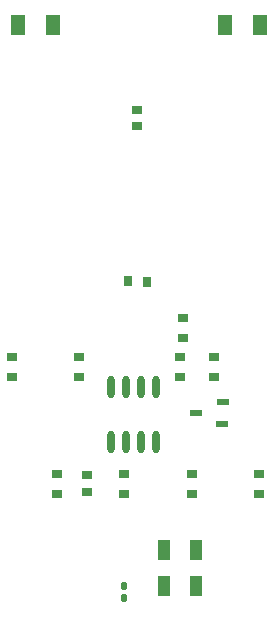
<source format=gbp>
G04*
G04 #@! TF.GenerationSoftware,Altium Limited,Altium Designer,22.4.2 (48)*
G04*
G04 Layer_Color=128*
%FSLAX25Y25*%
%MOIN*%
G70*
G04*
G04 #@! TF.SameCoordinates,F473D59A-574F-4481-BB9C-DFA0211E3A26*
G04*
G04*
G04 #@! TF.FilePolarity,Positive*
G04*
G01*
G75*
%ADD18O,0.02362X0.07480*%
%ADD19R,0.03543X0.03150*%
%ADD20R,0.03150X0.03543*%
%ADD26R,0.04528X0.07087*%
%ADD50R,0.04331X0.02165*%
%ADD51R,0.04331X0.06693*%
G04:AMPARAMS|DCode=52|XSize=19.68mil|YSize=23.62mil|CornerRadius=4.92mil|HoleSize=0mil|Usage=FLASHONLY|Rotation=180.000|XOffset=0mil|YOffset=0mil|HoleType=Round|Shape=RoundedRectangle|*
%AMROUNDEDRECTD52*
21,1,0.01968,0.01378,0,0,180.0*
21,1,0.00984,0.02362,0,0,180.0*
1,1,0.00984,-0.00492,0.00689*
1,1,0.00984,0.00492,0.00689*
1,1,0.00984,0.00492,-0.00689*
1,1,0.00984,-0.00492,-0.00689*
%
%ADD52ROUNDEDRECTD52*%
D18*
X-88000Y-36748D02*
D03*
X-83000D02*
D03*
X-78000D02*
D03*
X-73000D02*
D03*
X-88000Y-55252D02*
D03*
X-83000D02*
D03*
X-78000D02*
D03*
X-73000D02*
D03*
D19*
X-96000Y-71756D02*
D03*
Y-66244D02*
D03*
X-38532Y-72551D02*
D03*
X-38492Y-66016D02*
D03*
X-61032Y-72551D02*
D03*
X-60992Y-66016D02*
D03*
X-83531Y-72551D02*
D03*
X-83492Y-66016D02*
D03*
X-106032Y-72551D02*
D03*
X-105992Y-66016D02*
D03*
X-64031Y-20551D02*
D03*
X-63992Y-14016D02*
D03*
X-53453Y-26937D02*
D03*
X-53492Y-33472D02*
D03*
X-64953Y-26937D02*
D03*
X-64992Y-33472D02*
D03*
X-98453Y-26937D02*
D03*
X-98492Y-33472D02*
D03*
X-120953Y-26937D02*
D03*
X-120992Y-33472D02*
D03*
X-79185Y55551D02*
D03*
Y50039D02*
D03*
D20*
X-75878Y-1744D02*
D03*
X-82413Y-1705D02*
D03*
D26*
X-107280Y83795D02*
D03*
X-119091D02*
D03*
X-38280D02*
D03*
X-50091D02*
D03*
D50*
X-50591Y-41760D02*
D03*
X-50787Y-49240D02*
D03*
X-59488Y-45500D02*
D03*
D51*
X-59677Y-91310D02*
D03*
X-70307D02*
D03*
X-59677Y-103178D02*
D03*
X-70307D02*
D03*
D52*
X-83492Y-107390D02*
D03*
Y-103098D02*
D03*
M02*

</source>
